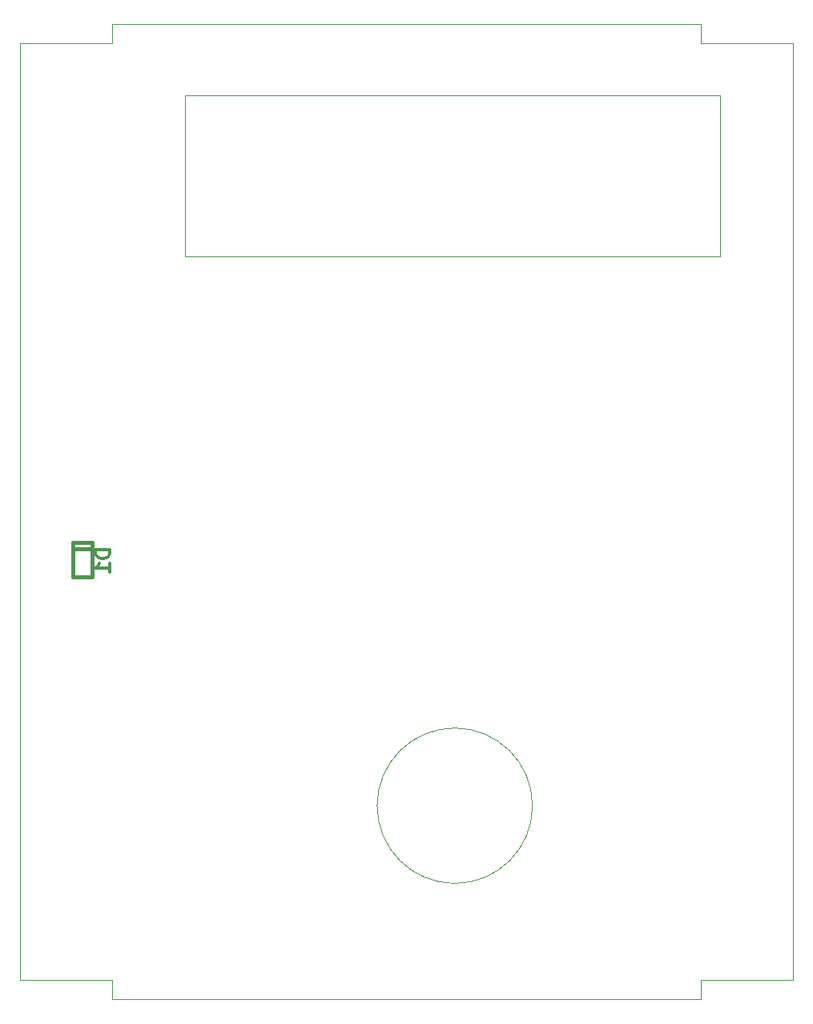
<source format=gbo>
G04 #@! TF.FileFunction,Legend,Bot*
%FSLAX46Y46*%
G04 Gerber Fmt 4.6, Leading zero omitted, Abs format (unit mm)*
G04 Created by KiCad (PCBNEW (after 2015-mar-04 BZR unknown)-product) date Wed 15 Apr 2015 11:51:05 AM CDT*
%MOMM*%
G01*
G04 APERTURE LIST*
%ADD10C,0.150000*%
%ADD11C,0.099060*%
%ADD12C,0.381000*%
%ADD13C,0.304800*%
G04 APERTURE END LIST*
D10*
D11*
X69171820Y-64648080D02*
X69171820Y-62638940D01*
X59420760Y-64648080D02*
X69171820Y-64648080D01*
X131396740Y-64648080D02*
X141150340Y-64648080D01*
X131396740Y-62638940D02*
X131396740Y-64648080D01*
X113609750Y-145200000D02*
G75*
G03X113609750Y-145200000I-8209750J0D01*
G01*
X69171820Y-62638940D02*
X131396740Y-62638940D01*
X131391660Y-163639500D02*
X131391660Y-165638480D01*
X69171820Y-163639500D02*
X69171820Y-165638480D01*
X131391660Y-165638480D02*
X69171820Y-165638480D01*
X76921360Y-70139560D02*
X76921360Y-87139780D01*
X133421120Y-70139560D02*
X133421120Y-87139780D01*
X76921360Y-70139560D02*
X133421120Y-70139560D01*
X133421120Y-87139780D02*
X76921360Y-87139780D01*
X141150340Y-163639500D02*
X131391660Y-163639500D01*
X141150340Y-64648080D02*
X141150340Y-163639500D01*
X59420760Y-163639500D02*
X59420760Y-64648080D01*
X59420760Y-163639500D02*
X69171820Y-163639500D01*
D12*
X67050920Y-120489980D02*
X67050920Y-120990360D01*
X67050920Y-120990360D02*
X65049400Y-120990360D01*
X65049400Y-120990360D02*
X65049400Y-120591580D01*
X67050920Y-118092220D02*
X67050920Y-117391180D01*
X67050920Y-117391180D02*
X65151000Y-117391180D01*
X65151000Y-117391180D02*
X65049400Y-117391180D01*
X65049400Y-117391180D02*
X65049400Y-118191280D01*
X67050920Y-120489980D02*
X67050920Y-118092220D01*
X67050920Y-118092220D02*
X65151000Y-118092220D01*
X65151000Y-118092220D02*
X65049400Y-118092220D01*
X65049400Y-118092220D02*
X65049400Y-120489980D01*
D13*
X68939229Y-118166243D02*
X67415229Y-118166243D01*
X67415229Y-118529100D01*
X67487800Y-118746815D01*
X67632943Y-118891957D01*
X67778086Y-118964529D01*
X68068371Y-119037100D01*
X68286086Y-119037100D01*
X68576371Y-118964529D01*
X68721514Y-118891957D01*
X68866657Y-118746815D01*
X68939229Y-118529100D01*
X68939229Y-118166243D01*
X68939229Y-120488529D02*
X68939229Y-119617672D01*
X68939229Y-120053100D02*
X67415229Y-120053100D01*
X67632943Y-119907957D01*
X67778086Y-119762815D01*
X67850657Y-119617672D01*
M02*

</source>
